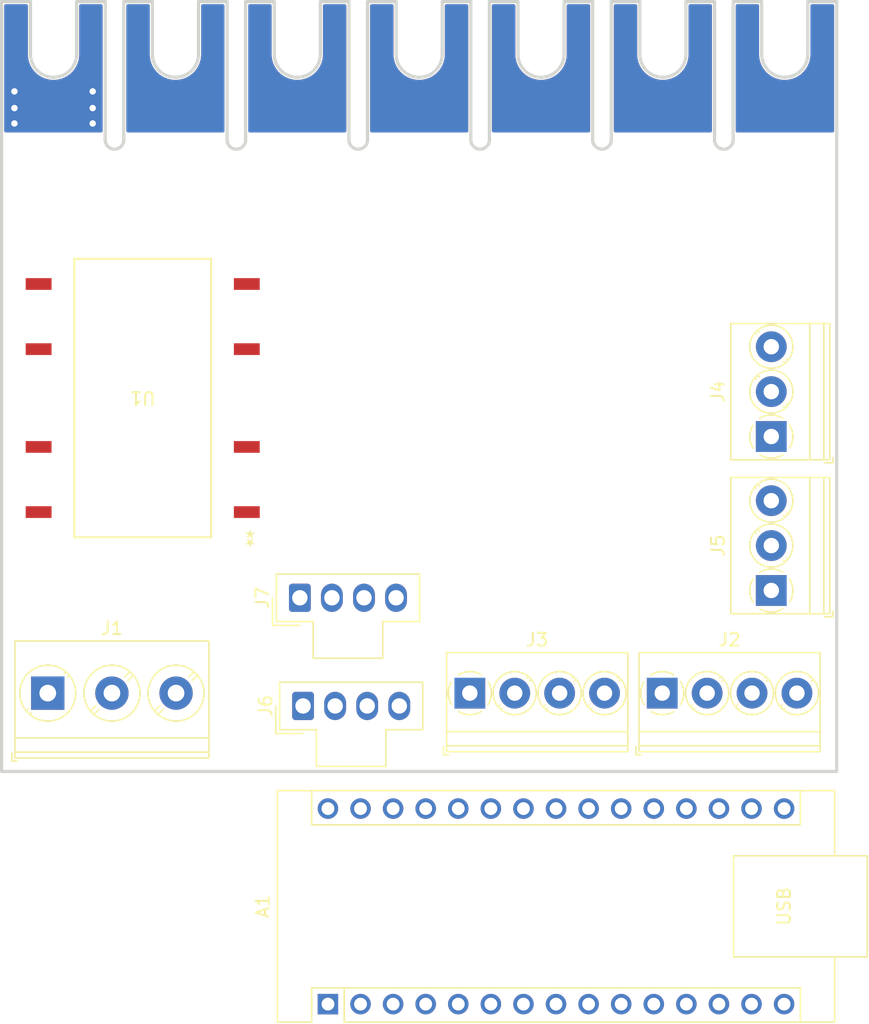
<source format=kicad_pcb>
(kicad_pcb (version 20221018) (generator pcbnew)
  (layers (0 "F.Cu" signal) (31 "B.Cu" signal) (34 "B.Paste" user) (35 "F.Paste" user) (36 "B.SilkS" user "B.Silkscreen") (37 "F.SilkS" user "F.Silkscreen") (38 "B.Mask" user) (39 "F.Mask" user) (44 "Edge.Cuts" user))
  (net 0 "")
  (net 10 "/L_IN")
  (net 11 "/PSU_N")
  (net 12 "Earth_Protective")
  (net 17 "/PSU_L")
  (net 18 "+12V")
  (net 19 "+5V")
  (net 20 "GND")
  (footprint "Connector_Molex:Molex_Nano-Fit_105309-xx04_1x04_P2.50mm_Vertical" (layer "F.Cu") (at 138.5 120 90)
    (fp_text reference "J6" (at 0 -2.92 90) (layer "F.SilkS"))
    (fp_text value "Conn_01x04")
    (fp_line (start -4.71 1.04) (end -4.71 3.75) (stroke (width 0.12)) (layer "F.SilkS"))
    (fp_line (start -4.71 6.46) (end -4.71 3.75) (stroke (width 0.12)) (layer "F.SilkS"))
    (fp_line (start -2.15 -2.13) (end -2.15 0) (stroke (width 0.12)) (layer "F.SilkS"))
    (fp_line (start -1.85 -1.83) (end -1.85 1.04) (stroke (width 0.12)) (layer "F.SilkS"))
    (fp_line (start -1.85 1.04) (end -4.71 1.04) (stroke (width 0.12)) (layer "F.SilkS"))
    (fp_line (start -1.85 6.46) (end -4.71 6.46) (stroke (width 0.12)) (layer "F.SilkS"))
    (fp_line (start -1.85 9.33) (end -1.85 6.46) (stroke (width 0.12)) (layer "F.SilkS"))
    (fp_line (start 0 -2.13) (end -2.15 -2.13) (stroke (width 0.12)) (layer "F.SilkS"))
    (fp_line (start 1.85 -1.83) (end -1.85 -1.83) (stroke (width 0.12)) (layer "F.SilkS"))
    (fp_line (start 1.85 3.75) (end 1.85 -1.83) (stroke (width 0.12)) (layer "F.SilkS"))
    (fp_line (start 1.85 3.75) (end 1.85 9.33) (stroke (width 0.12)) (layer "F.SilkS"))
    (fp_line (start 1.85 9.33) (end -1.85 9.33) (stroke (width 0.12)) (layer "F.SilkS"))
    (pad "" np_thru_hole circle (at -1.34 3.75 90) (size 1.3 1.3) (drill 1.3) (layers "*.Cu" "*.Mask"))
    (pad "1" thru_hole roundrect (at 0 0 90) (size 2.2 1.7) (drill 1.2) (layers "*.Cu" "*.Mask") (roundrect_rratio 0.147059))
    (pad "2" thru_hole oval (at 0 2.5 90) (size 2.2 1.7) (drill 1.2) (layers "*.Cu" "*.Mask"))
    (pad "3" thru_hole oval (at 0 5 90) (size 2.2 1.7) (drill 1.2) (layers "*.Cu" "*.Mask"))
    (pad "4" thru_hole oval (at 0 7.5 90) (size 2.2 1.7) (drill 1.2) (layers "*.Cu" "*.Mask"))
  )
  (footprint "Connector_Molex:Molex_Nano-Fit_105309-xx04_1x04_P2.50mm_Vertical" (layer "F.Cu") (at 138.25 111.57 90)
    (fp_text reference "J7" (at 0 -2.92 90) (layer "F.SilkS"))
    (fp_text value "Conn_01x04")
    (fp_line (start -4.71 1.04) (end -4.71 3.75) (stroke (width 0.12)) (layer "F.SilkS"))
    (fp_line (start -4.71 6.46) (end -4.71 3.75) (stroke (width 0.12)) (layer "F.SilkS"))
    (fp_line (start -2.15 -2.13) (end -2.15 0) (stroke (width 0.12)) (layer "F.SilkS"))
    (fp_line (start -1.85 -1.83) (end -1.85 1.04) (stroke (width 0.12)) (layer "F.SilkS"))
    (fp_line (start -1.85 1.04) (end -4.71 1.04) (stroke (width 0.12)) (layer "F.SilkS"))
    (fp_line (start -1.85 6.46) (end -4.71 6.46) (stroke (width 0.12)) (layer "F.SilkS"))
    (fp_line (start -1.85 9.33) (end -1.85 6.46) (stroke (width 0.12)) (layer "F.SilkS"))
    (fp_line (start 0 -2.13) (end -2.15 -2.13) (stroke (width 0.12)) (layer "F.SilkS"))
    (fp_line (start 1.85 -1.83) (end -1.85 -1.83) (stroke (width 0.12)) (layer "F.SilkS"))
    (fp_line (start 1.85 3.75) (end 1.85 -1.83) (stroke (width 0.12)) (layer "F.SilkS"))
    (fp_line (start 1.85 3.75) (end 1.85 9.33) (stroke (width 0.12)) (layer "F.SilkS"))
    (fp_line (start 1.85 9.33) (end -1.85 9.33) (stroke (width 0.12)) (layer "F.SilkS"))
    (pad "" np_thru_hole circle (at -1.34 3.75 90) (size 1.3 1.3) (drill 1.3) (layers "*.Cu" "*.Mask"))
    (pad "1" thru_hole roundrect (at 0 0 90) (size 2.2 1.7) (drill 1.2) (layers "*.Cu" "*.Mask") (roundrect_rratio 0.147059))
    (pad "2" thru_hole oval (at 0 2.5 90) (size 2.2 1.7) (drill 1.2) (layers "*.Cu" "*.Mask"))
    (pad "3" thru_hole oval (at 0 5 90) (size 2.2 1.7) (drill 1.2) (layers "*.Cu" "*.Mask"))
    (pad "4" thru_hole oval (at 0 7.5 90) (size 2.2 1.7) (drill 1.2) (layers "*.Cu" "*.Mask"))
  )
  (footprint "TerminalBlock_Phoenix:TerminalBlock_Phoenix_PT-1,5-4-3.5-H_1x04_P3.50mm_Horizontal" (layer "F.Cu") (at 151.5 119)
    (fp_text reference "J3" (at 5.25 -4.16) (layer "F.SilkS"))
    (fp_text value "Screw_Terminal_01x04")
    (fp_line (start -2.05 4.16) (end -2.05 4.8) (stroke (width 0.12)) (layer "F.SilkS"))
    (fp_line (start -2.05 4.8) (end -1.65 4.8) (stroke (width 0.12)) (layer "F.SilkS"))
    (fp_line (start -1.81 -3.16) (end -1.81 4.56) (stroke (width 0.12)) (layer "F.SilkS"))
    (fp_line (start -1.81 -3.16) (end 12.31 -3.16) (stroke (width 0.12)) (layer "F.SilkS"))
    (fp_line (start -1.81 3) (end 12.31 3) (stroke (width 0.12)) (layer "F.SilkS"))
    (fp_line (start -1.81 4.1) (end 12.31 4.1) (stroke (width 0.12)) (layer "F.SilkS"))
    (fp_line (start -1.81 4.56) (end 12.31 4.56) (stroke (width 0.12)) (layer "F.SilkS"))
    (fp_line (start 2.355 0.941) (end 2.226 1.069) (stroke (width 0.12)) (layer "F.SilkS"))
    (fp_line (start 2.525 1.181) (end 2.431 1.274) (stroke (width 0.12)) (layer "F.SilkS"))
    (fp_line (start 4.57 -1.275) (end 4.476 -1.181) (stroke (width 0.12)) (layer "F.SilkS"))
    (fp_line (start 4.775 -1.069) (end 4.646 -0.941) (stroke (width 0.12)) (layer "F.SilkS"))
    (fp_line (start 5.855 0.941) (end 5.726 1.069) (stroke (width 0.12)) (layer "F.SilkS"))
    (fp_line (start 6.025 1.181) (end 5.931 1.274) (stroke (width 0.12)) (layer "F.SilkS"))
    (fp_line (start 8.07 -1.275) (end 7.976 -1.181) (stroke (width 0.12)) (layer "F.SilkS"))
    (fp_line (start 8.275 -1.069) (end 8.146 -0.941) (stroke (width 0.12)) (layer "F.SilkS"))
    (fp_line (start 9.355 0.941) (end 9.226 1.069) (stroke (width 0.12)) (layer "F.SilkS"))
    (fp_line (start 9.525 1.181) (end 9.431 1.274) (stroke (width 0.12)) (layer "F.SilkS"))
    (fp_line (start 11.57 -1.275) (end 11.476 -1.181) (stroke (width 0.12)) (layer "F.SilkS"))
    (fp_line (start 11.775 -1.069) (end 11.646 -0.941) (stroke (width 0.12)) (layer "F.SilkS"))
    (fp_line (start 12.31 -3.16) (end 12.31 4.56) (stroke (width 0.12)) (layer "F.SilkS"))
    (fp_arc (start -1.425358 0.889894) (mid -1.680286 0.014012) (end -1.44 -0.866) (stroke (width 0.12)) (layer "F.SilkS"))
    (fp_arc (start -0.889894 -1.425358) (mid -0.014012 -1.680286) (end 0.866 -1.44) (stroke (width 0.12)) (layer "F.SilkS"))
    (fp_arc (start 0.028674 1.680099) (mid -0.435535 1.622918) (end -0.866 1.44) (stroke (width 0.12)) (layer "F.SilkS"))
    (fp_arc (start 0.890264 1.424721) (mid 0.463071 1.61492) (end 0 1.68) (stroke (width 0.12)) (layer "F.SilkS"))
    (fp_arc (start 1.425504 -0.890193) (mid 1.680626 0.000476) (end 1.425 0.891) (stroke (width 0.12)) (layer "F.SilkS"))
    (fp_circle (center 3.5 0) (end 5.18 0) (stroke (width 0.12)) (fill none) (layer "F.SilkS"))
    (fp_circle (center 7 0) (end 8.68 0) (stroke (width 0.12)) (fill none) (layer "F.SilkS"))
    (fp_circle (center 10.5 0) (end 12.18 0) (stroke (width 0.12)) (fill none) (layer "F.SilkS"))
    (pad "1" thru_hole rect (at 0 0) (size 2.4 2.4) (drill 1.2) (layers "*.Cu" "*.Mask"))
    (pad "2" thru_hole circle (at 3.5 0) (size 2.4 2.4) (drill 1.2) (layers "*.Cu" "*.Mask"))
    (pad "3" thru_hole circle (at 7 0) (size 2.4 2.4) (drill 1.2) (layers "*.Cu" "*.Mask"))
    (pad "4" thru_hole circle (at 10.5 0) (size 2.4 2.4) (drill 1.2) (layers "*.Cu" "*.Mask"))
  )
  (footprint "TerminalBlock_Phoenix:TerminalBlock_Phoenix_PT-1,5-3-3.5-H_1x03_P3.50mm_Horizontal" (layer "F.Cu") (at 175 111 90)
    (fp_text reference "J5" (at 3.5 -4.16 90) (layer "F.SilkS"))
    (fp_text value "Screw_Terminal_01x03")
    (fp_line (start -2.05 4.16) (end -2.05 4.8) (stroke (width 0.12)) (layer "F.SilkS"))
    (fp_line (start -2.05 4.8) (end -1.65 4.8) (stroke (width 0.12)) (layer "F.SilkS"))
    (fp_line (start -1.81 -3.16) (end -1.81 4.56) (stroke (width 0.12)) (layer "F.SilkS"))
    (fp_line (start -1.81 -3.16) (end 8.81 -3.16) (stroke (width 0.12)) (layer "F.SilkS"))
    (fp_line (start -1.81 3) (end 8.81 3) (stroke (width 0.12)) (layer "F.SilkS"))
    (fp_line (start -1.81 4.1) (end 8.81 4.1) (stroke (width 0.12)) (layer "F.SilkS"))
    (fp_line (start -1.81 4.56) (end 8.81 4.56) (stroke (width 0.12)) (layer "F.SilkS"))
    (fp_line (start 2.355 0.941) (end 2.226 1.069) (stroke (width 0.12)) (layer "F.SilkS"))
    (fp_line (start 2.525 1.181) (end 2.431 1.274) (stroke (width 0.12)) (layer "F.SilkS"))
    (fp_line (start 4.57 -1.275) (end 4.476 -1.181) (stroke (width 0.12)) (layer "F.SilkS"))
    (fp_line (start 4.775 -1.069) (end 4.646 -0.941) (stroke (width 0.12)) (layer "F.SilkS"))
    (fp_line (start 5.855 0.941) (end 5.726 1.069) (stroke (width 0.12)) (layer "F.SilkS"))
    (fp_line (start 6.025 1.181) (end 5.931 1.274) (stroke (width 0.12)) (layer "F.SilkS"))
    (fp_line (start 8.07 -1.275) (end 7.976 -1.181) (stroke (width 0.12)) (layer "F.SilkS"))
    (fp_line (start 8.275 -1.069) (end 8.146 -0.941) (stroke (width 0.12)) (layer "F.SilkS"))
    (fp_line (start 8.81 -3.16) (end 8.81 4.56) (stroke (width 0.12)) (layer "F.SilkS"))
    (fp_arc (start -1.425358 0.889894) (mid -1.680286 0.014012) (end -1.44 -0.866) (stroke (width 0.12)) (layer "F.SilkS"))
    (fp_arc (start -0.889894 -1.425358) (mid -0.014012 -1.680286) (end 0.866 -1.44) (stroke (width 0.12)) (layer "F.SilkS"))
    (fp_arc (start 0.028674 1.680099) (mid -0.435535 1.622918) (end -0.866 1.44) (stroke (width 0.12)) (layer "F.SilkS"))
    (fp_arc (start 0.890264 1.424721) (mid 0.463071 1.61492) (end 0 1.68) (stroke (width 0.12)) (layer "F.SilkS"))
    (fp_arc (start 1.425504 -0.890193) (mid 1.680626 0.000476) (end 1.425 0.891) (stroke (width 0.12)) (layer "F.SilkS"))
    (fp_circle (center 3.5 0) (end 5.18 0) (stroke (width 0.12)) (fill none) (layer "F.SilkS"))
    (fp_circle (center 7 0) (end 8.68 0) (stroke (width 0.12)) (fill none) (layer "F.SilkS"))
    (pad "1" thru_hole rect (at 0 0 90) (size 2.4 2.4) (drill 1.2) (layers "*.Cu" "*.Mask") (net 19 "+5V"))
    (pad "2" thru_hole circle (at 3.5 0 90) (size 2.4 2.4) (drill 1.2) (layers "*.Cu" "*.Mask"))
    (pad "3" thru_hole circle (at 7 0 90) (size 2.4 2.4) (drill 1.2) (layers "*.Cu" "*.Mask") (net 20 "GND"))
  )
  (footprint "TerminalBlock_Phoenix:TerminalBlock_Phoenix_PT-1,5-3-3.5-H_1x03_P3.50mm_Horizontal" (layer "F.Cu") (at 175 99 90)
    (fp_text reference "J4" (at 3.5 -4.16 90) (layer "F.SilkS"))
    (fp_text value "Screw_Terminal_01x03")
    (fp_line (start -2.05 4.16) (end -2.05 4.8) (stroke (width 0.12)) (layer "F.SilkS"))
    (fp_line (start -2.05 4.8) (end -1.65 4.8) (stroke (width 0.12)) (layer "F.SilkS"))
    (fp_line (start -1.81 -3.16) (end -1.81 4.56) (stroke (width 0.12)) (layer "F.SilkS"))
    (fp_line (start -1.81 -3.16) (end 8.81 -3.16) (stroke (width 0.12)) (layer "F.SilkS"))
    (fp_line (start -1.81 3) (end 8.81 3) (stroke (width 0.12)) (layer "F.SilkS"))
    (fp_line (start -1.81 4.1) (end 8.81 4.1) (stroke (width 0.12)) (layer "F.SilkS"))
    (fp_line (start -1.81 4.56) (end 8.81 4.56) (stroke (width 0.12)) (layer "F.SilkS"))
    (fp_line (start 2.355 0.941) (end 2.226 1.069) (stroke (width 0.12)) (layer "F.SilkS"))
    (fp_line (start 2.525 1.181) (end 2.431 1.274) (stroke (width 0.12)) (layer "F.SilkS"))
    (fp_line (start 4.57 -1.275) (end 4.476 -1.181) (stroke (width 0.12)) (layer "F.SilkS"))
    (fp_line (start 4.775 -1.069) (end 4.646 -0.941) (stroke (width 0.12)) (layer "F.SilkS"))
    (fp_line (start 5.855 0.941) (end 5.726 1.069) (stroke (width 0.12)) (layer "F.SilkS"))
    (fp_line (start 6.025 1.181) (end 5.931 1.274) (stroke (width 0.12)) (layer "F.SilkS"))
    (fp_line (start 8.07 -1.275) (end 7.976 -1.181) (stroke (width 0.12)) (layer "F.SilkS"))
    (fp_line (start 8.275 -1.069) (end 8.146 -0.941) (stroke (width 0.12)) (layer "F.SilkS"))
    (fp_line (start 8.81 -3.16) (end 8.81 4.56) (stroke (width 0.12)) (layer "F.SilkS"))
    (fp_arc (start -1.425358 0.889894) (mid -1.680286 0.014012) (end -1.44 -0.866) (stroke (width 0.12)) (layer "F.SilkS"))
    (fp_arc (start -0.889894 -1.425358) (mid -0.014012 -1.680286) (end 0.866 -1.44) (stroke (width 0.12)) (layer "F.SilkS"))
    (fp_arc (start 0.028674 1.680099) (mid -0.435535 1.622918) (end -0.866 1.44) (stroke (width 0.12)) (layer "F.SilkS"))
    (fp_arc (start 0.890264 1.424721) (mid 0.463071 1.61492) (end 0 1.68) (stroke (width 0.12)) (layer "F.SilkS"))
    (fp_arc (start 1.425504 -0.890193) (mid 1.680626 0.000476) (end 1.425 0.891) (stroke (width 0.12)) (layer "F.SilkS"))
    (fp_circle (center 3.5 0) (end 5.18 0) (stroke (width 0.12)) (fill none) (layer "F.SilkS"))
    (fp_circle (center 7 0) (end 8.68 0) (stroke (width 0.12)) (fill none) (layer "F.SilkS"))
    (pad "1" thru_hole rect (at 0 0 90) (size 2.4 2.4) (drill 1.2) (layers "*.Cu" "*.Mask") (net 19 "+5V"))
    (pad "2" thru_hole circle (at 3.5 0 90) (size 2.4 2.4) (drill 1.2) (layers "*.Cu" "*.Mask"))
    (pad "3" thru_hole circle (at 7 0 90) (size 2.4 2.4) (drill 1.2) (layers "*.Cu" "*.Mask") (net 20 "GND"))
  )
  (footprint "Module:Arduino_Nano" (layer "F.Cu") (at 140.44 143.24 90)
    (fp_text reference "A1" (at 7.62 -5.08 90) (layer "F.SilkS"))
    (fp_text value "Arduino_Nano_v3.x")
    (fp_text user "USB" (at 7.62 35.56 90 unlocked) (layer "F.SilkS"))
    (fp_line (start -1.4 -3.94) (end -1.4 -1.27) (stroke (width 0.12)) (layer "F.SilkS"))
    (fp_line (start -1.4 1.27) (end -1.4 39.5) (stroke (width 0.12)) (layer "F.SilkS"))
    (fp_line (start -1.4 39.5) (end 3.68 39.5) (stroke (width 0.12)) (layer "F.SilkS"))
    (fp_line (start 1.27 -1.27) (end -1.4 -1.27) (stroke (width 0.12)) (layer "F.SilkS"))
    (fp_line (start 1.27 1.27) (end -1.4 1.27) (stroke (width 0.12)) (layer "F.SilkS"))
    (fp_line (start 1.27 1.27) (end 1.27 -1.27) (stroke (width 0.12)) (layer "F.SilkS"))
    (fp_line (start 1.27 1.27) (end 1.27 36.83) (stroke (width 0.12)) (layer "F.SilkS"))
    (fp_line (start 1.27 36.83) (end -1.4 36.83) (stroke (width 0.12)) (layer "F.SilkS"))
    (fp_line (start 3.68 31.62) (end 11.56 31.62) (stroke (width 0.12)) (layer "F.SilkS"))
    (fp_line (start 3.68 42.04) (end 3.68 31.62) (stroke (width 0.12)) (layer "F.SilkS"))
    (fp_line (start 11.56 31.62) (end 11.56 42.04) (stroke (width 0.12)) (layer "F.SilkS"))
    (fp_line (start 11.56 42.04) (end 3.68 42.04) (stroke (width 0.12)) (layer "F.SilkS"))
    (fp_line (start 13.97 -1.27) (end 13.97 36.83) (stroke (width 0.12)) (layer "F.SilkS"))
    (fp_line (start 13.97 -1.27) (end 16.64 -1.27) (stroke (width 0.12)) (layer "F.SilkS"))
    (fp_line (start 13.97 36.83) (end 16.64 36.83) (stroke (width 0.12)) (layer "F.SilkS"))
    (fp_line (start 16.64 -3.94) (end -1.4 -3.94) (stroke (width 0.12)) (layer "F.SilkS"))
    (fp_line (start 16.64 39.5) (end 11.56 39.5) (stroke (width 0.12)) (layer "F.SilkS"))
    (fp_line (start 16.64 39.5) (end 16.64 -3.94) (stroke (width 0.12)) (layer "F.SilkS"))
    (pad "1" thru_hole rect (at 0 0 90) (size 1.6 1.6) (drill 1) (layers "*.Cu" "*.Mask"))
    (pad "2" thru_hole oval (at 0 2.54 90) (size 1.6 1.6) (drill 1) (layers "*.Cu" "*.Mask"))
    (pad "3" thru_hole oval (at 0 5.08 90) (size 1.6 1.6) (drill 1) (layers "*.Cu" "*.Mask"))
    (pad "4" thru_hole oval (at 0 7.62 90) (size 1.6 1.6) (drill 1) (layers "*.Cu" "*.Mask"))
    (pad "5" thru_hole oval (at 0 10.16 90) (size 1.6 1.6) (drill 1) (layers "*.Cu" "*.Mask"))
    (pad "6" thru_hole oval (at 0 12.7 90) (size 1.6 1.6) (drill 1) (layers "*.Cu" "*.Mask"))
    (pad "7" thru_hole oval (at 0 15.24 90) (size 1.6 1.6) (drill 1) (layers "*.Cu" "*.Mask"))
    (pad "8" thru_hole oval (at 0 17.78 90) (size 1.6 1.6) (drill 1) (layers "*.Cu" "*.Mask"))
    (pad "9" thru_hole oval (at 0 20.32 90) (size 1.6 1.6) (drill 1) (layers "*.Cu" "*.Mask"))
    (pad "10" thru_hole oval (at 0 22.86 90) (size 1.6 1.6) (drill 1) (layers "*.Cu" "*.Mask"))
    (pad "11" thru_hole oval (at 0 25.4 90) (size 1.6 1.6) (drill 1) (layers "*.Cu" "*.Mask"))
    (pad "12" thru_hole oval (at 0 27.94 90) (size 1.6 1.6) (drill 1) (layers "*.Cu" "*.Mask"))
    (pad "13" thru_hole oval (at 0 30.48 90) (size 1.6 1.6) (drill 1) (layers "*.Cu" "*.Mask"))
    (pad "14" thru_hole oval (at 0 33.02 90) (size 1.6 1.6) (drill 1) (layers "*.Cu" "*.Mask"))
    (pad "15" thru_hole oval (at 0 35.56 90) (size 1.6 1.6) (drill 1) (layers "*.Cu" "*.Mask"))
    (pad "16" thru_hole oval (at 15.24 35.56 90) (size 1.6 1.6) (drill 1) (layers "*.Cu" "*.Mask"))
    (pad "17" thru_hole oval (at 15.24 33.02 90) (size 1.6 1.6) (drill 1) (layers "*.Cu" "*.Mask"))
    (pad "18" thru_hole oval (at 15.24 30.48 90) (size 1.6 1.6) (drill 1) (layers "*.Cu" "*.Mask"))
    (pad "19" thru_hole oval (at 15.24 27.94 90) (size 1.6 1.6) (drill 1) (layers "*.Cu" "*.Mask"))
    (pad "20" thru_hole oval (at 15.24 25.4 90) (size 1.6 1.6) (drill 1) (layers "*.Cu" "*.Mask"))
    (pad "21" thru_hole oval (at 15.24 22.86 90) (size 1.6 1.6) (drill 1) (layers "*.Cu" "*.Mask"))
    (pad "22" thru_hole oval (at 15.24 20.32 90) (size 1.6 1.6) (drill 1) (layers "*.Cu" "*.Mask"))
    (pad "23" thru_hole oval (at 15.24 17.78 90) (size 1.6 1.6) (drill 1) (layers "*.Cu" "*.Mask"))
    (pad "24" thru_hole oval (at 15.24 15.24 90) (size 1.6 1.6) (drill 1) (layers "*.Cu" "*.Mask"))
    (pad "25" thru_hole oval (at 15.24 12.7 90) (size 1.6 1.6) (drill 1) (layers "*.Cu" "*.Mask"))
    (pad "26" thru_hole oval (at 15.24 10.16 90) (size 1.6 1.6) (drill 1) (layers "*.Cu" "*.Mask"))
    (pad "27" thru_hole oval (at 15.24 7.62 90) (size 1.6 1.6) (drill 1) (layers "*.Cu" "*.Mask"))
    (pad "28" thru_hole oval (at 15.24 5.08 90) (size 1.6 1.6) (drill 1) (layers "*.Cu" "*.Mask"))
    (pad "29" thru_hole oval (at 15.24 2.54 90) (size 1.6 1.6) (drill 1) (layers "*.Cu" "*.Mask"))
    (pad "30" thru_hole oval (at 15.24 0 90) (size 1.6 1.6) (drill 1) (layers "*.Cu" "*.Mask"))
  )
  (footprint "vhrd_ssr:CPC1966B_IXYS-M" (layer "F.Cu") (at 126 96 180)
    (fp_text reference "U1" (at 0 0 180 unlocked) (layer "F.SilkS"))
    (fp_text value "CPC1966B")
    (fp_text user "*" (at -8.3685 -10.9466 180 unlocked) (layer "F.SilkS"))
    (fp_text user "*" (at -8.3685 -10.9466) (layer "F.SilkS"))
    (fp_line (start -5.334 -10.8585) (end -5.334 10.8585) (stroke (width 0.1524)) (layer "F.SilkS"))
    (fp_line (start -5.334 10.8585) (end 5.334 10.8585) (stroke (width 0.1524)) (layer "F.SilkS"))
    (fp_line (start 5.334 -10.8585) (end -5.334 -10.8585) (stroke (width 0.1524)) (layer "F.SilkS"))
    (fp_line (start 5.334 10.8585) (end 5.334 -10.8585) (stroke (width 0.1524)) (layer "F.SilkS"))
    (pad "1" smd rect (at -8.1145 -8.89 180) (size 2.015998 0.9136) (layers "F.Cu" "F.Paste" "F.Mask"))
    (pad "2" smd rect (at -8.1145 -3.81 180) (size 2.015998 0.9136) (layers "F.Cu" "F.Paste" "F.Mask"))
    (pad "3" smd rect (at -8.1145 3.81 180) (size 2.015998 0.9136) (layers "F.Cu" "F.Paste" "F.Mask"))
    (pad "4" smd rect (at -8.1145 8.89 180) (size 2.015998 0.9136) (layers "F.Cu" "F.Paste" "F.Mask"))
    (pad "5" smd rect (at 8.1145 8.89 180) (size 2.015998 0.9136) (layers "F.Cu" "F.Paste" "F.Mask") (net 17 "/PSU_L"))
    (pad "6" smd rect (at 8.1145 3.81 180) (size 2.015998 0.9136) (layers "F.Cu" "F.Paste" "F.Mask") (net 17 "/PSU_L"))
    (pad "7" smd rect (at 8.1145 -3.81 180) (size 2.015998 0.9136) (layers "F.Cu" "F.Paste" "F.Mask") (net 10 "/L_IN"))
    (pad "8" smd rect (at 8.1145 -8.89 180) (size 2.015998 0.9136) (layers "F.Cu" "F.Paste" "F.Mask") (net 10 "/L_IN"))
  )
  (footprint "TerminalBlock_Phoenix:TerminalBlock_Phoenix_PT-1,5-3-5.0-H_1x03_P5.00mm_Horizontal" (layer "F.Cu") (at 118.6 119)
    (fp_text reference "J1" (at 5 -5.06) (layer "F.SilkS"))
    (fp_text value "Screw_Terminal_01x03")
    (fp_line (start -2.8 4.66) (end -2.8 5.3) (stroke (width 0.12)) (layer "F.SilkS"))
    (fp_line (start -2.8 5.3) (end -2.4 5.3) (stroke (width 0.12)) (layer "F.SilkS"))
    (fp_line (start -2.56 -4.06) (end -2.56 5.06) (stroke (width 0.12)) (layer "F.SilkS"))
    (fp_line (start -2.56 -4.06) (end 12.56 -4.06) (stroke (width 0.12)) (layer "F.SilkS"))
    (fp_line (start -2.56 3.5) (end 12.56 3.5) (stroke (width 0.12)) (layer "F.SilkS"))
    (fp_line (start -2.56 4.6) (end 12.56 4.6) (stroke (width 0.12)) (layer "F.SilkS"))
    (fp_line (start -2.56 5.06) (end 12.56 5.06) (stroke (width 0.12)) (layer "F.SilkS"))
    (fp_line (start -1.548 1.281) (end -1.654 1.388) (stroke (width 0.12)) (layer "F.SilkS"))
    (fp_line (start -1.282 1.547) (end -1.388 1.654) (stroke (width 0.12)) (layer "F.SilkS"))
    (fp_line (start 1.388 -1.654) (end 1.281 -1.547) (stroke (width 0.12)) (layer "F.SilkS"))
    (fp_line (start 1.654 -1.388) (end 1.547 -1.281) (stroke (width 0.12)) (layer "F.SilkS"))
    (fp_line (start 3.742 0.992) (end 3.347 1.388) (stroke (width 0.12)) (layer "F.SilkS"))
    (fp_line (start 3.993 1.274) (end 3.613 1.654) (stroke (width 0.12)) (layer "F.SilkS"))
    (fp_line (start 6.388 -1.654) (end 6.008 -1.274) (stroke (width 0.12)) (layer "F.SilkS"))
    (fp_line (start 6.654 -1.388) (end 6.259 -0.992) (stroke (width 0.12)) (layer "F.SilkS"))
    (fp_line (start 8.742 0.992) (end 8.347 1.388) (stroke (width 0.12)) (layer "F.SilkS"))
    (fp_line (start 8.993 1.274) (end 8.613 1.654) (stroke (width 0.12)) (layer "F.SilkS"))
    (fp_line (start 11.388 -1.654) (end 11.008 -1.274) (stroke (width 0.12)) (layer "F.SilkS"))
    (fp_line (start 11.654 -1.388) (end 11.259 -0.992) (stroke (width 0.12)) (layer "F.SilkS"))
    (fp_line (start 12.56 -4.06) (end 12.56 5.06) (stroke (width 0.12)) (layer "F.SilkS"))
    (fp_circle (center 0 0) (end 2.18 0) (stroke (width 0.12)) (fill none) (layer "F.SilkS"))
    (fp_circle (center 5 0) (end 7.18 0) (stroke (width 0.12)) (fill none) (layer "F.SilkS"))
    (fp_circle (center 10 0) (end 12.18 0) (stroke (width 0.12)) (fill none) (layer "F.SilkS"))
    (pad "1" thru_hole rect (at 0 0) (size 2.6 2.6) (drill 1.3) (layers "*.Cu" "*.Mask") (net 10 "/L_IN"))
    (pad "2" thru_hole circle (at 5 0) (size 2.6 2.6) (drill 1.3) (layers "*.Cu" "*.Mask") (net 11 "/PSU_N"))
    (pad "3" thru_hole circle (at 10 0) (size 2.6 2.6) (drill 1.3) (layers "*.Cu" "*.Mask") (net 12 "Earth_Protective"))
  )
  (footprint "TerminalBlock_Phoenix:TerminalBlock_Phoenix_PT-1,5-4-3.5-H_1x04_P3.50mm_Horizontal" (layer "F.Cu") (at 166.5 119)
    (fp_text reference "J2" (at 5.25 -4.16) (layer "F.SilkS"))
    (fp_text value "Screw_Terminal_01x04")
    (fp_line (start -2.05 4.16) (end -2.05 4.8) (stroke (width 0.12)) (layer "F.SilkS"))
    (fp_line (start -2.05 4.8) (end -1.65 4.8) (stroke (width 0.12)) (layer "F.SilkS"))
    (fp_line (start -1.81 -3.16) (end -1.81 4.56) (stroke (width 0.12)) (layer "F.SilkS"))
    (fp_line (start -1.81 -3.16) (end 12.31 -3.16) (stroke (width 0.12)) (layer "F.SilkS"))
    (fp_line (start -1.81 3) (end 12.31 3) (stroke (width 0.12)) (layer "F.SilkS"))
    (fp_line (start -1.81 4.1) (end 12.31 4.1) (stroke (width 0.12)) (layer "F.SilkS"))
    (fp_line (start -1.81 4.56) (end 12.31 4.56) (stroke (width 0.12)) (layer "F.SilkS"))
    (fp_line (start 2.355 0.941) (end 2.226 1.069) (stroke (width 0.12)) (layer "F.SilkS"))
    (fp_line (start 2.525 1.181) (end 2.431 1.274) (stroke (width 0.12)) (layer "F.SilkS"))
    (fp_line (start 4.57 -1.275) (end 4.476 -1.181) (stroke (width 0.12)) (layer "F.SilkS"))
    (fp_line (start 4.775 -1.069) (end 4.646 -0.941) (stroke (width 0.12)) (layer "F.SilkS"))
    (fp_line (start 5.855 0.941) (end 5.726 1.069) (stroke (width 0.12)) (layer "F.SilkS"))
    (fp_line (start 6.025 1.181) (end 5.931 1.274) (stroke (width 0.12)) (layer "F.SilkS"))
    (fp_line (start 8.07 -1.275) (end 7.976 -1.181) (stroke (width 0.12)) (layer "F.SilkS"))
    (fp_line (start 8.275 -1.069) (end 8.146 -0.941) (stroke (width 0.12)) (layer "F.SilkS"))
    (fp_line (start 9.355 0.941) (end 9.226 1.069) (stroke (width 0.12)) (layer "F.SilkS"))
    (fp_line (start 9.525 1.181) (end 9.431 1.274) (stroke (width 0.12)) (layer "F.SilkS"))
    (fp_line (start 11.57 -1.275) (end 11.476 -1.181) (stroke (width 0.12)) (layer "F.SilkS"))
    (fp_line (start 11.775 -1.069) (end 11.646 -0.941) (stroke (width 0.12)) (layer "F.SilkS"))
    (fp_line (start 12.31 -3.16) (end 12.31 4.56) (stroke (width 0.12)) (layer "F.SilkS"))
    (fp_arc (start -1.425358 0.889894) (mid -1.680286 0.014012) (end -1.44 -0.866) (stroke (width 0.12)) (layer "F.SilkS"))
    (fp_arc (start -0.889894 -1.425358) (mid -0.014012 -1.680286) (end 0.866 -1.44) (stroke (width 0.12)) (layer "F.SilkS"))
    (fp_arc (start 0.028674 1.680099) (mid -0.435535 1.622918) (end -0.866 1.44) (stroke (width 0.12)) (layer "F.SilkS"))
    (fp_arc (start 0.890264 1.424721) (mid 0.463071 1.61492) (end 0 1.68) (stroke (width 0.12)) (layer "F.SilkS"))
    (fp_arc (start 1.425504 -0.890193) (mid 1.680626 0.000476) (end 1.425 0.891) (stroke (width 0.12)) (layer "F.SilkS"))
    (fp_circle (center 3.5 0) (end 5.18 0) (stroke (width 0.12)) (fill none) (layer "F.SilkS"))
    (fp_circle (center 7 0) (end 8.68 0) (stroke (width 0.12)) (fill none) (layer "F.SilkS"))
    (fp_circle (center 10.5 0) (end 12.18 0) (stroke (width 0.12)) (fill none) (layer "F.SilkS"))
    (pad "1" thru_hole rect (at 0 0) (size 2.4 2.4) (drill 1.2) (layers "*.Cu" "*.Mask") (net 18 "+12V"))
    (pad "2" thru_hole circle (at 3.5 0) (size 2.4 2.4) (drill 1.2) (layers "*.Cu" "*.Mask"))
    (pad "3" thru_hole circle (at 7 0) (size 2.4 2.4) (drill 1.2) (layers "*.Cu" "*.Mask"))
    (pad "4" thru_hole circle (at 10.5 0) (size 2.4 2.4) (drill 1.2) (layers "*.Cu" "*.Mask"))
  )
  (gr_line (start 130.35 65.1) (end 132.575 65.1) (stroke (width 0.25)) (layer "Edge.Cuts"))
  (gr_arc (start 139.85 69.2) (mid 138.05 71) (end 136.25 69.2) (stroke (width 0.25)) (layer "Edge.Cuts"))
  (gr_line (start 123.075 65.1) (end 123.075 75.878869) (stroke (width 0.25)) (layer "Edge.Cuts"))
  (gr_line (start 143.525 65.1) (end 145.75 65.1) (stroke (width 0.25)) (layer "Edge.Cuts"))
  (gr_arc (start 177.85 69.2) (mid 176.05 71) (end 174.25 69.2) (stroke (width 0.25)) (layer "Edge.Cuts"))
  (gr_line (start 170.575 65.1) (end 170.575 75.878869) (stroke (width 0.25)) (layer "Edge.Cuts"))
  (gr_line (start 162.525 65.1) (end 164.75 65.1) (stroke (width 0.25)) (layer "Edge.Cuts"))
  (gr_arc (start 149.35 69.2) (mid 147.55 71) (end 145.75 69.2) (stroke (width 0.25)) (layer "Edge.Cuts"))
  (gr_arc (start 143.525 75.878869) (mid 142.8 76.603869) (end 142.075 75.878869) (stroke (width 0.25)) (layer "Edge.Cuts"))
  (gr_line (start 172.025 75.878869) (end 172.025 65.1) (stroke (width 0.25)) (layer "Edge.Cuts"))
  (gr_line (start 168.35 65.1) (end 170.575 65.1) (stroke (width 0.25)) (layer "Edge.Cuts"))
  (gr_arc (start 130.35 69.2) (mid 128.55 71) (end 126.75 69.2) (stroke (width 0.25)) (layer "Edge.Cuts"))
  (gr_line (start 172.025 65.1) (end 174.25 65.1) (stroke (width 0.25)) (layer "Edge.Cuts"))
  (gr_line (start 126.75 65.1) (end 126.75 69.2) (stroke (width 0.25)) (layer "Edge.Cuts"))
  (gr_line (start 174.25 65.1) (end 174.25 69.2) (stroke (width 0.25)) (layer "Edge.Cuts"))
  (gr_arc (start 168.35 69.2) (mid 166.55 71) (end 164.75 69.2) (stroke (width 0.25)) (layer "Edge.Cuts"))
  (gr_line (start 130.35 69.2) (end 130.35 65.1) (stroke (width 0.25)) (layer "Edge.Cuts"))
  (gr_arc (start 162.525 75.878869) (mid 161.8 76.603869) (end 161.075 75.878869) (stroke (width 0.25)) (layer "Edge.Cuts"))
  (gr_arc (start 153.025 75.878869) (mid 152.3 76.603869) (end 151.575 75.878869) (stroke (width 0.25)) (layer "Edge.Cuts"))
  (gr_line (start 149.35 69.2) (end 149.35 65.1) (stroke (width 0.25)) (layer "Edge.Cuts"))
  (gr_line (start 164.75 65.1) (end 164.75 69.2) (stroke (width 0.25)) (layer "Edge.Cuts"))
  (gr_line (start 153.025 65.1) (end 155.25 65.1) (stroke (width 0.25)) (layer "Edge.Cuts"))
  (gr_line (start 180.1 125.1) (end 115 125.1) (stroke (width 0.25)) (layer "Edge.Cuts"))
  (gr_line (start 153.025 75.878869) (end 153.025 65.1) (stroke (width 0.25)) (layer "Edge.Cuts"))
  (gr_line (start 151.575 65.1) (end 151.575 75.878869) (stroke (width 0.25)) (layer "Edge.Cuts"))
  (gr_line (start 132.575 65.1) (end 132.575 75.878869) (stroke (width 0.25)) (layer "Edge.Cuts"))
  (gr_line (start 139.85 65.1) (end 142.075 65.1) (stroke (width 0.25)) (layer "Edge.Cuts"))
  (gr_line (start 134.025 75.878869) (end 134.025 65.1) (stroke (width 0.25)) (layer "Edge.Cuts"))
  (gr_line (start 134.025 65.1) (end 136.25 65.1) (stroke (width 0.25)) (layer "Edge.Cuts"))
  (gr_line (start 149.35 65.1) (end 151.575 65.1) (stroke (width 0.25)) (layer "Edge.Cuts"))
  (gr_arc (start 120.85 69.2) (mid 119.05 71) (end 117.25 69.2) (stroke (width 0.25)) (layer "Edge.Cuts"))
  (gr_line (start 162.525 75.878869) (end 162.525 65.1) (stroke (width 0.25)) (layer "Edge.Cuts"))
  (gr_line (start 124.525 65.1) (end 126.75 65.1) (stroke (width 0.25)) (layer "Edge.Cuts"))
  (gr_arc (start 134.025 75.878869) (mid 133.3 76.603869) (end 132.575 75.878869) (stroke (width 0.25)) (layer "Edge.Cuts"))
  (gr_line (start 168.35 69.2) (end 168.35 65.1) (stroke (width 0.25)) (layer "Edge.Cuts"))
  (gr_line (start 143.525 75.878869) (end 143.525 65.1) (stroke (width 0.25)) (layer "Edge.Cuts"))
  (gr_line (start 161.075 65.1) (end 161.075 75.878869) (stroke (width 0.25)) (layer "Edge.Cuts"))
  (gr_line (start 145.75 65.1) (end 145.75 69.2) (stroke (width 0.25)) (layer "Edge.Cuts"))
  (gr_line (start 120.85 69.2) (end 120.85 65.1) (stroke (width 0.25)) (layer "Edge.Cuts"))
  (gr_line (start 136.25 65.1) (end 136.25 69.2) (stroke (width 0.25)) (layer "Edge.Cuts"))
  (gr_line (start 158.85 65.1) (end 161.075 65.1) (stroke (width 0.25)) (layer "Edge.Cuts"))
  (gr_line (start 117.25 65.1) (end 117.25 69.2) (stroke (width 0.25)) (layer "Edge.Cuts"))
  (gr_line (start 180.1 65.1) (end 180.1 125.1) (stroke (width 0.25)) (layer "Edge.Cuts"))
  (gr_line (start 139.85 69.2) (end 139.85 65.1) (stroke (width 0.25)) (layer "Edge.Cuts"))
  (gr_line (start 177.85 69.2) (end 177.85 65.1) (stroke (width 0.25)) (layer "Edge.Cuts"))
  (gr_line (start 177.85 65.1) (end 180.1 65.1) (stroke (width 0.25)) (layer "Edge.Cuts"))
  (gr_line (start 115 125.1) (end 115 65.1) (stroke (width 0.25)) (layer "Edge.Cuts"))
  (gr_arc (start 172.025 75.878869) (mid 171.3 76.603869) (end 170.575 75.878869) (stroke (width 0.25)) (layer "Edge.Cuts"))
  (gr_line (start 158.85 69.2) (end 158.85 65.1) (stroke (width 0.25)) (layer "Edge.Cuts"))
  (gr_line (start 142.075 65.1) (end 142.075 75.878869) (stroke (width 0.25)) (layer "Edge.Cuts"))
  (gr_arc (start 158.85 69.2) (mid 157.05 71) (end 155.25 69.2) (stroke (width 0.25)) (layer "Edge.Cuts"))
  (gr_line (start 124.525 75.878869) (end 124.525 65.1) (stroke (width 0.25)) (layer "Edge.Cuts"))
  (gr_line (start 115 65.1) (end 117.25 65.1) (stroke (width 0.25)) (layer "Edge.Cuts"))
  (gr_line (start 155.25 65.1) (end 155.25 69.2) (stroke (width 0.25)) (layer "Edge.Cuts"))
  (gr_line (start 120.85 65.1) (end 123.075 65.1) (stroke (width 0.25)) (layer "Edge.Cuts"))
  (gr_arc (start 124.525 75.878869) (mid 123.8 76.603869) (end 123.075 75.878869) (stroke (width 0.25)) (layer "Edge.Cuts"))
  (via (at 116 72.1) (size 1) (drill 0.5) (layers "F.Cu" "B.Cu") (net 17))
  (via (at 116 74.6) (size 1) (drill 0.5) (layers "F.Cu" "B.Cu") (net 17))
  (via (at 122.1 74.6) (size 1) (drill 0.5) (layers "F.Cu" "B.Cu") (net 17))
  (via (at 122.1 72.1) (size 1) (drill 0.5) (layers "F.Cu" "B.Cu") (net 17))
  (via (at 116 73.4) (size 1) (drill 0.5) (layers "F.Cu" "B.Cu") (net 17))
  (via (at 122.1 73.4) (size 1) (drill 0.5) (layers "F.Cu" "B.Cu") (net 17))
  (zone (net 12) (net_name "Earth_Protective") (layers "F&B.Cu") (connect_pads (clearance 0.5)) (min_thickness 0.25) (fill yes (thermal_gap 0.5) (thermal_bridge_width 0.5) (island_removal_mode 1) (island_area_min 10))
    (polygon (pts (arc (start 136.05 69.2) (mid 138.05 71.2) (end 140.05 69.2)) (xy 140.05 65.3) (xy 141.875 65.3) (xy 141.875 75.3) (xy 134.225 75.3) (xy 134.225 65.3) (xy 136.05 65.3)))
  )
  (zone (net 20) (net_name "GND") (layers "F&B.Cu") (connect_pads (clearance 0.5)) (min_thickness 0.25) (fill yes (thermal_gap 0.5) (thermal_bridge_width 0.5) (island_removal_mode 1) (island_area_min 10))
    (polygon (pts (arc (start 155.05 69.2) (mid 157.05 71.2) (end 159.05 69.2)) (xy 159.05 65.3) (xy 160.875 65.3) (xy 160.875 75.3) (xy 153.225 75.3) (xy 153.225 65.3) (xy 155.05 65.3)))
  )
  (zone (net 18) (net_name "+12V") (layers "F&B.Cu") (connect_pads (clearance 0.5)) (min_thickness 0.25) (fill yes (thermal_gap 0.5) (thermal_bridge_width 0.5) (island_removal_mode 1) (island_area_min 10))
    (polygon (pts (xy 164.55 65.3) (xy 162.725 65.3) (xy 162.725 75.3) (xy 170.375 75.3) (xy 170.375 65.3) (xy 168.55 65.3) (arc (start 168.55 69.2) (mid 166.55 71.2) (end 164.55 69.2))))
  )
  (zone (net 11) (net_name "/PSU_N") (layers "F&B.Cu") (connect_pads (clearance 0.5)) (min_thickness 0.25) (fill yes (thermal_gap 0.5) (thermal_bridge_width 0.5) (island_removal_mode 1) (island_area_min 10))
    (polygon (pts (arc (start 126.555 69.2) (mid 128.555 71.2) (end 130.555 69.2)) (xy 130.555 65.3) (xy 132.38 65.3) (xy 132.38 75.3) (xy 124.705 75.3) (xy 124.705 65.3) (xy 126.555 65.3)))
  )
  (zone (net 20) (net_name "GND") (layers "F&B.Cu") (connect_pads (clearance 0.5)) (min_thickness 0.25) (fill yes (thermal_gap 0.5) (thermal_bridge_width 0.5) (island_removal_mode 1) (island_area_min 10))
    (polygon (pts (arc (start 145.55 69.2) (mid 147.55 71.2) (end 149.55 69.2)) (xy 149.55 65.3) (xy 151.375 65.3) (xy 151.375 75.3) (xy 143.725 75.3) (xy 143.725 65.3) (xy 145.55 65.3)))
  )
  (zone (net 18) (net_name "+12V") (layers "F&B.Cu") (connect_pads (clearance 0.5)) (min_thickness 0.25) (fill yes (thermal_gap 0.5) (thermal_bridge_width 0.5) (island_removal_mode 1) (island_area_min 10))
    (polygon (pts (xy 174.05 65.3) (xy 172.225 65.3) (xy 172.225 75.3) (xy 179.9 75.3) (xy 179.9 65.3) (xy 178.05 65.3) (arc (start 178.05 69.2) (mid 176.05 71.2) (end 174.05 69.2))))
  )
  (zone (net 17) (net_name "/PSU_L") (layers "F&B.Cu") (connect_pads (clearance 0.5)) (min_thickness 0.25) (fill yes (thermal_gap 0.5) (thermal_bridge_width 0.5) (island_removal_mode 1) (island_area_min 10))
    (polygon (pts (arc (start 117.05 69.2) (mid 119.05 71.2) (end 121.05 69.2)) (xy 121.05 65.3) (xy 122.875 65.3) (xy 122.875 75.3) (xy 115.2 75.3) (xy 115.2 65.3) (xy 117.05 65.3)))
  )
)
</source>
